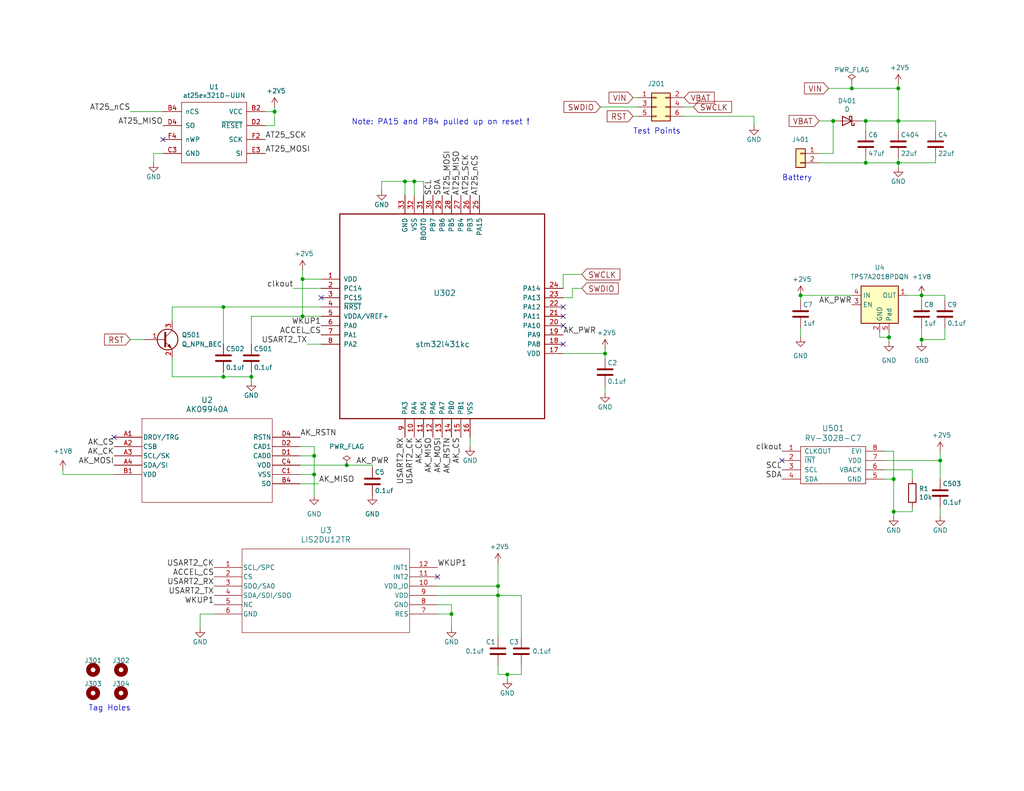
<source format=kicad_sch>
(kicad_sch (version 20231120) (generator "eeschema") (generator_version "8.0")
  (paper "USLetter")
  (title_block (title "BitTag with External Memory and LI2DW12") (date "2025-02-19") (company "IUCS") (comment 1 "Geoffrey Brown"))
  (lib_symbols
    (symbol "BitTagNG:RV-3028-C7-AccelTag" (pin_names (offset 1.016))
      (property "Reference" "U" (at 0 7.62 0))
      (property "Value" "RV-3028-C7-AccelTag" (at 1.27 -7.62 0))
      (symbol "RV-3028-C7-AccelTag_0_1"
        (rectangle (start -8.89 5.08) (end 8.89 -5.08))
      )
      (symbol "RV-3028-C7-AccelTag_1_1"
        (pin input line (at -13.97 3.81 0) (length 5.08) (name "CLKOUT") (number "1"))
        (pin input line (at -13.97 1.27 0) (length 5.08) (name "~{INT}") (number "2"))
        (pin input line (at -13.97 -1.27 0) (length 5.08) (name "SCL") (number "3"))
        (pin input line (at -13.97 -3.81 0) (length 5.08) (name "SDA") (number "4"))
        (pin power_out line (at 13.97 -3.81 180) (length 5.08) (name "GND") (number "5"))
        (pin input line (at 13.97 -1.27 180) (length 5.08) (name "VBACK") (number "6"))
        (pin input line (at 13.97 1.27 180) (length 5.08) (name "VDD") (number "7"))
        (pin input line (at 13.97 3.81 180) (length 5.08) (name "EVI") (number "8"))
      )
    )
    (symbol "BitTagNG:at25ex321D-UUN-AccelTag" (pin_names (offset 1.016))
      (property "Reference" "U" (at 0 7.62 0))
      (property "Value" "at25ex321D-UUN-AccelTag" (at -1.27 -12.7 0))
      (symbol "at25ex321D-UUN-AccelTag_0_1"
        (rectangle (start -8.89 -10.16) (end 8.89 6.35))
      )
      (symbol "at25ex321D-UUN-AccelTag_1_1"
        (pin no_connect line (at -12.7 -12.7 0) (length 5.08) hide (name "NC") (number "A1"))
        (pin no_connect line (at 12.7 -12.7 180) (length 5.08) hide (name "NC") (number "A5"))
        (pin power_in line (at 13.97 3.81 180) (length 5.08) (name "VCC") (number "B2"))
        (pin input line (at -13.97 3.81 0) (length 5.08) (name "nCS") (number "B4"))
        (pin input line (at -13.97 -7.62 0) (length 5.08) (name "GND") (number "C3"))
        (pin input line (at 13.97 0 180) (length 5.08) (name "~{RESET}") (number "D2"))
        (pin output line (at -13.97 0 0) (length 5.08) (name "SO") (number "D4"))
        (pin input line (at 13.97 -7.62 180) (length 5.08) (name "SI") (number "E3"))
        (pin input line (at 13.97 -3.81 180) (length 5.08) (name "SCK") (number "F2"))
        (pin input line (at -13.97 -3.81 0) (length 5.08) (name "nWP") (number "F4"))
        (pin no_connect line (at -12.7 -15.24 0) (length 5.08) hide (name "NC") (number "G1"))
        (pin no_connect line (at 12.7 -15.24 180) (length 5.08) hide (name "NC") (number "G5"))
      )
    )
    (symbol "BitTagNG:stm32l432-AccelTag" (pin_names (offset 1.016))
      (property "Reference" "U" (at 36.83 -3.81 0))
      (property "Value" "stm32l432-AccelTag" (at 59.69 -24.13 0))
      (symbol "stm32l432-AccelTag_1_1"
        (rectangle (start 5.08 17.78) (end 60.96 -38.1) (stroke (width 0.3048)))
        (pin power_in line (at 0 0 0) (length 5.08) (name "VDD") (number "1"))
        (pin bidirectional line (at 25.4 -43.18 90) (length 5.08) (name "PA4") (number "10"))
        (pin bidirectional line (at 27.94 -43.18 90) (length 5.08) (name "PA5") (number "11"))
        (pin bidirectional line (at 30.48 -43.18 90) (length 5.08) (name "PA6") (number "12"))
        (pin bidirectional line (at 33.02 -43.18 90) (length 5.08) (name "PA7") (number "13"))
        (pin bidirectional line (at 35.56 -43.18 90) (length 5.08) (name "PB0") (number "14"))
        (pin bidirectional line (at 38.1 -43.18 90) (length 5.08) (name "PB1") (number "15"))
        (pin input line (at 40.64 -43.18 90) (length 5.08) (name "VSS") (number "16"))
        (pin power_in line (at 66.04 -20.32 180) (length 5.08) (name "VDD") (number "17"))
        (pin bidirectional line (at 66.04 -17.78 180) (length 5.08) (name "PA8") (number "18"))
        (pin bidirectional line (at 66.04 -15.24 180) (length 5.08) (name "PA9") (number "19"))
        (pin bidirectional line (at 0 -2.54 0) (length 5.08) (name "PC14") (number "2"))
        (pin bidirectional line (at 66.04 -12.7 180) (length 5.08) (name "PA10") (number "20"))
        (pin bidirectional line (at 66.04 -10.16 180) (length 5.08) (name "PA11") (number "21"))
        (pin bidirectional line (at 66.04 -7.62 180) (length 5.08) (name "PA12") (number "22"))
        (pin bidirectional line (at 66.04 -5.08 180) (length 5.08) (name "PA13") (number "23"))
        (pin bidirectional line (at 66.04 -2.54 180) (length 5.08) (name "PA14") (number "24"))
        (pin bidirectional line (at 43.18 22.86 270) (length 5.08) (name "PA15") (number "25"))
        (pin bidirectional line (at 40.64 22.86 270) (length 5.08) (name "PB3") (number "26"))
        (pin bidirectional line (at 38.1 22.86 270) (length 5.08) (name "PB4") (number "27"))
        (pin bidirectional line (at 35.56 22.86 270) (length 5.08) (name "PB5") (number "28"))
        (pin bidirectional line (at 33.02 22.86 270) (length 5.08) (name "PB6") (number "29"))
        (pin bidirectional line (at 0 -5.08 0) (length 5.08) (name "PC15") (number "3"))
        (pin bidirectional line (at 30.48 22.86 270) (length 5.08) (name "PB7") (number "30"))
        (pin input line (at 27.94 22.86 270) (length 5.08) (name "BOOT0") (number "31"))
        (pin input line (at 25.4 22.86 270) (length 5.08) (name "VSS") (number "32"))
        (pin input line (at 22.86 22.86 270) (length 5.08) (name "GND") (number "33"))
        (pin bidirectional line (at 0 -7.62 0) (length 5.08) (name "~{NRST}") (number "4"))
        (pin power_in line (at 0 -10.16 0) (length 5.08) (name "VDDA/VREF+") (number "5"))
        (pin bidirectional line (at 0 -12.7 0) (length 5.08) (name "PA0") (number "6"))
        (pin bidirectional line (at 0 -15.24 0) (length 5.08) (name "PA1") (number "7"))
        (pin bidirectional line (at 0 -17.78 0) (length 5.08) (name "PA2") (number "8"))
        (pin bidirectional line (at 22.86 -43.18 90) (length 5.08) (name "PA3") (number "9"))
      )
    )
    (symbol "Connector_Generic:Conn_01x02" (pin_names (offset 1.016) hide)
      (property "Reference" "J" (at 0 2.54 0))
      (property "Value" "Conn_01x02" (at 0 -5.08 0))
      (symbol "Conn_01x02_1_1"
        (rectangle (start -1.27 -2.413) (end 0 -2.667) (stroke (width 0.1524)))
        (rectangle (start -1.27 0.127) (end 0 -0.127) (stroke (width 0.1524)))
        (rectangle (start -1.27 1.27) (end 1.27 -3.81) (stroke (width 0.254)) (fill (type background)))
        (pin passive line (at -5.08 0 0) (length 3.81) (name "Pin_1") (number "1"))
        (pin passive line (at -5.08 -2.54 0) (length 3.81) (name "Pin_2") (number "2"))
      )
    )
    (symbol "Connector_Generic:Conn_02x03_Odd_Even" (pin_names (offset 1.016) hide)
      (property "Reference" "J" (at 1.27 5.08 0))
      (property "Value" "Conn_02x03_Odd_Even" (at 1.27 -5.08 0))
      (symbol "Conn_02x03_Odd_Even_1_1"
        (rectangle (start -1.27 -2.413) (end 0 -2.667) (stroke (width 0.1524)))
        (rectangle (start -1.27 0.127) (end 0 -0.127) (stroke (width 0.1524)))
        (rectangle (start -1.27 2.667) (end 0 2.413) (stroke (width 0.1524)))
        (rectangle (start -1.27 3.81) (end 3.81 -3.81) (stroke (width 0.254)) (fill (type background)))
        (rectangle (start 3.81 -2.413) (end 2.54 -2.667) (stroke (width 0.1524)))
        (rectangle (start 3.81 0.127) (end 2.54 -0.127) (stroke (width 0.1524)))
        (rectangle (start 3.81 2.667) (end 2.54 2.413) (stroke (width 0.1524)))
        (pin passive line (at -5.08 2.54 0) (length 3.81) (name "Pin_1") (number "1"))
        (pin passive line (at 7.62 2.54 180) (length 3.81) (name "Pin_2") (number "2"))
        (pin passive line (at -5.08 0 0) (length 3.81) (name "Pin_3") (number "3"))
        (pin passive line (at 7.62 0 180) (length 3.81) (name "Pin_4") (number "4"))
        (pin passive line (at -5.08 -2.54 0) (length 3.81) (name "Pin_5") (number "5"))
        (pin passive line (at 7.62 -2.54 180) (length 3.81) (name "Pin_6") (number "6"))
      )
    )
    (symbol "Device:C" (pin_numbers hide) (pin_names (offset 0.254))
      (property "Reference" "C" (at 0.635 2.54 0))
      (property "Value" "C" (at 0.635 -2.54 0))
      (symbol "C_0_1"
        (polyline (pts (xy -2.032 -0.762) (xy 2.032 -0.762)) (stroke (width 0.508)))
        (polyline (pts (xy -2.032 0.762) (xy 2.032 0.762)) (stroke (width 0.508)))
      )
      (symbol "C_1_1"
        (pin passive line (at 0 3.81 270) (length 2.794) (name "~") (number "1"))
        (pin passive line (at 0 -3.81 90) (length 2.794) (name "~") (number "2"))
      )
    )
    (symbol "Device:D_Schottky" (pin_numbers hide) (pin_names (offset 1.016) hide)
      (property "Reference" "D" (at 0 2.54 0))
      (property "Value" "D_Schottky" (at 0 -2.54 0))
      (symbol "D_Schottky_0_1"
        (polyline (pts (xy 1.27 0) (xy -1.27 0)))
        (polyline (pts (xy 1.27 1.27) (xy 1.27 -1.27) (xy -1.27 0) (xy 1.27 1.27)) (stroke (width 0.254)))
        (polyline (pts (xy -1.905 0.635) (xy -1.905 1.27) (xy -1.27 1.27) (xy -1.27 -1.27) (xy -0.635 -1.27) (xy -0.635 -0.635)) (stroke (width 0.254)))
      )
      (symbol "D_Schottky_1_1"
        (pin passive line (at -3.81 0 0) (length 2.54) (name "K") (number "1"))
        (pin passive line (at 3.81 0 180) (length 2.54) (name "A") (number "2"))
      )
    )
    (symbol "Device:Q_NPN_BEC" (pin_names (offset 0) hide)
      (property "Reference" "Q" (at 5.08 1.27 0))
      (property "Value" "Q_NPN_BEC" (at 5.08 -1.27 0))
      (symbol "Q_NPN_BEC_0_1"
        (polyline (pts (xy 0.635 0.635) (xy 2.54 2.54)))
        (polyline (pts (xy 0.635 -0.635) (xy 2.54 -2.54) (xy 2.54 -2.54)))
        (polyline (pts (xy 0.635 1.905) (xy 0.635 -1.905) (xy 0.635 -1.905)) (stroke (width 0.508)))
        (polyline (pts (xy 1.27 -1.778) (xy 1.778 -1.27) (xy 2.286 -2.286) (xy 1.27 -1.778) (xy 1.27 -1.778)) (fill (type outline)))
        (circle (center 1.27 0) (radius 2.8194) (stroke (width 0.254)))
      )
      (symbol "Q_NPN_BEC_1_1"
        (pin input line (at -5.08 0 0) (length 5.715) (name "B") (number "1"))
        (pin passive line (at 2.54 -5.08 90) (length 2.54) (name "E") (number "2"))
        (pin passive line (at 2.54 5.08 270) (length 2.54) (name "C") (number "3"))
      )
    )
    (symbol "Device:R" (pin_numbers hide) (pin_names (offset 0))
      (property "Reference" "R" (at 2.032 0 90))
      (property "Value" "R" (at 0 0 90))
      (symbol "R_0_1"
        (rectangle (start -1.016 -2.54) (end 1.016 2.54) (stroke (width 0.254)))
      )
      (symbol "R_1_1"
        (pin passive line (at 0 3.81 270) (length 1.27) (name "~") (number "1"))
        (pin passive line (at 0 -3.81 90) (length 1.27) (name "~") (number "2"))
      )
    )
    (symbol "Mechanical:MountingHole" (pin_names (offset 1.016))
      (property "Reference" "H" (at 0 5.08 0))
      (property "Value" "MountingHole" (at 0 3.175 0))
      (symbol "MountingHole_0_1"
        (circle (center 0 0) (radius 1.27) (stroke (width 1.27)))
      )
    )
    (symbol "Regulator_Linear:TPS7A20xxxDQN"
      (property "Reference" "U" (at -3.81 6.35 0))
      (property "Value" "TPS7A20xxxDQN" (at 6.35 6.35 0))
      (symbol "TPS7A20xxxDQN_0_1"
        (rectangle (start -5.08 5.08) (end 5.08 -5.08) (stroke (width 0.254)) (fill (type background)))
        (pin power_out line (at 7.62 2.54 180) (length 2.54) (name "OUT") (number "1"))
        (pin power_in line (at 0 -7.62 90) (length 2.54) (name "GND") (number "2"))
        (pin input line (at -7.62 0 0) (length 2.54) (name "EN") (number "3"))
        (pin power_in line (at -7.62 2.54 0) (length 2.54) (name "IN") (number "4"))
      )
      (symbol "TPS7A20xxxDQN_1_1"
        (pin passive line (at 2.54 -7.62 90) (length 2.54) (name "Pad") (number "5"))
      )
    )
    (symbol "ak09940a:AK09940A" (pin_names (offset 0.254))
      (property "Reference" "U4" (at 25.4 10.16 0))
      (property "Value" "AK09940A" (at 25.4 7.62 0))
      (symbol "AK09940A_0_1"
        (polyline (pts (xy 7.62 -17.78) (xy 43.18 -17.78)) (stroke (width 0.127)))
        (polyline (pts (xy 7.62 5.08) (xy 7.62 -17.78)) (stroke (width 0.127)))
        (polyline (pts (xy 43.18 -17.78) (xy 43.18 5.08)) (stroke (width 0.127)))
        (polyline (pts (xy 43.18 5.08) (xy 7.62 5.08)) (stroke (width 0.127)))
        (pin bidirectional line (at 0 0 0) (length 7.62) (name "DRDY/TRG") (number "A1"))
        (pin input line (at 0 -2.54 0) (length 7.62) (name "CSB") (number "A2"))
        (pin input line (at 0 -5.08 0) (length 7.62) (name "SCL/SK") (number "A3"))
        (pin bidirectional line (at 0 -7.62 0) (length 7.62) (name "SDA/SI") (number "A4"))
        (pin output line (at 50.8 -12.7 180) (length 7.62) (name "SO") (number "B4"))
        (pin power_in line (at 50.8 -7.62 180) (length 7.62) (name "VOD") (number "C4"))
        (pin input line (at 50.8 -5.08 180) (length 7.62) (name "CAD0") (number "D1"))
        (pin input line (at 50.8 -2.54 180) (length 7.62) (name "CAD1") (number "D2"))
        (pin input line (at 50.8 0 180) (length 7.62) (name "RSTN") (number "D4"))
      )
      (symbol "AK09940A_1_1"
        (pin input line (at 0 -10.16 0) (length 7.62) (name "VDD") (number "B1"))
        (pin power_in line (at 50.8 -10.16 180) (length 7.62) (name "VSS") (number "C1"))
      )
    )
    (symbol "lis2du12:LIS2DU12TR" (pin_names (offset 0.254))
      (property "Reference" "U" (at 30.48 10.16 0))
      (property "Value" "LIS2DU12TR" (at 30.48 7.62 0))
      (symbol "LIS2DU12TR_0_1"
        (polyline (pts (xy 7.62 -17.78) (xy 53.34 -17.78)) (stroke (width 0.127)))
        (polyline (pts (xy 7.62 5.08) (xy 7.62 -17.78)) (stroke (width 0.127)))
        (polyline (pts (xy 53.34 -17.78) (xy 53.34 5.08)) (stroke (width 0.127)))
        (polyline (pts (xy 53.34 5.08) (xy 7.62 5.08)) (stroke (width 0.127)))
        (pin input line (at 60.96 -2.54 180) (length 7.62) (name "INT2") (number "11"))
        (pin input line (at 60.96 0 180) (length 7.62) (name "INT1") (number "12"))
        (pin output line (at 0 -5.08 0) (length 7.62) (name "SDO/SA0") (number "3"))
        (pin bidirectional line (at 0 -7.62 0) (length 7.62) (name "SDA/SDI/SDO") (number "4"))
        (pin power_in line (at 60.96 -7.62 180) (length 7.62) (name "VDD") (number "9"))
      )
      (symbol "LIS2DU12TR_1_1"
        (pin input line (at 0 0 0) (length 7.62) (name "SCL/SPC") (number "1"))
        (pin power_in line (at 60.96 -5.08 180) (length 7.62) (name "VDD_IO") (number "10"))
        (pin input line (at 0 -2.54 0) (length 7.62) (name "CS") (number "2"))
        (pin passive line (at 0 -10.16 0) (length 7.62) (name "NC") (number "5"))
        (pin power_in line (at 0 -12.7 0) (length 7.62) (name "GND") (number "6"))
        (pin passive line (at 60.96 -12.7 180) (length 7.62) (name "RES") (number "7"))
        (pin power_in line (at 60.96 -10.16 180) (length 7.62) (name "GND") (number "8"))
      )
    )
    (symbol "power:+1V8" (power) (pin_numbers hide) (pin_names (offset 0) hide)
      (property "Value" "+1V8" (at 0 3.556 0))
      (symbol "+1V8_0_1"
        (polyline (pts (xy -0.762 1.27) (xy 0 2.54)))
        (polyline (pts (xy 0 0) (xy 0 2.54)))
        (polyline (pts (xy 0 2.54) (xy 0.762 1.27)))
      )
      (symbol "+1V8_1_1"
        (pin power_in line (at 0 0 90) (length 0) (name "~") (number "1"))
      )
    )
    (symbol "power:+2V5" (power) (pin_numbers hide) (pin_names (offset 0) hide)
      (property "Value" "+2V5" (at 0 3.556 0))
      (symbol "+2V5_0_1"
        (polyline (pts (xy -0.762 1.27) (xy 0 2.54)))
        (polyline (pts (xy 0 0) (xy 0 2.54)))
        (polyline (pts (xy 0 2.54) (xy 0.762 1.27)))
      )
      (symbol "+2V5_1_1"
        (pin power_in line (at 0 0 90) (length 0) (name "~") (number "1"))
      )
    )
    (symbol "power:GND" (power) (pin_numbers hide) (pin_names (offset 0) hide)
      (property "Value" "GND" (at 0 -3.81 0))
      (symbol "GND_0_1"
        (polyline (pts (xy 0 0) (xy 0 -1.27) (xy 1.27 -1.27) (xy 0 -2.54) (xy -1.27 -1.27) (xy 0 -1.27)))
      )
      (symbol "GND_1_1"
        (pin power_in line (at 0 0 270) (length 0) (name "~") (number "1"))
      )
    )
    (symbol "power:PWR_FLAG" (power) (pin_numbers hide) (pin_names (offset 0) hide)
      (property "Value" "PWR_FLAG" (at 0 3.81 0))
      (symbol "PWR_FLAG_0_0"
        (pin power_out line (at 0 0 90) (length 0) (name "~") (number "1"))
      )
      (symbol "PWR_FLAG_0_1"
        (polyline (pts (xy 0 0) (xy 0 1.27) (xy -1.016 1.905) (xy 0 2.54) (xy 1.016 1.905) (xy 0 1.27)))
      )
    )
  )
  (junction (at 138.43 184.15))
  (junction (at 251.46 80.645))
  (junction (at 60.96 102.87))
  (junction (at 227.33 33.02))
  (junction (at 256.54 125.73))
  (junction (at 251.46 92.71))
  (junction (at 82.55 86.36))
  (junction (at 218.44 80.645))
  (junction (at 165.1 96.52))
  (junction (at 110.49 49.53))
  (junction (at 245.11 24.13))
  (junction (at 68.58 102.87))
  (junction (at 232.41 24.13))
  (junction (at 242.57 92.075))
  (junction (at 60.96 83.82))
  (junction (at 85.725 129.54))
  (junction (at 245.11 33.02))
  (junction (at 123.19 167.64))
  (junction (at 94.615 127))
  (junction (at 243.84 139.7))
  (junction (at 85.725 124.46))
  (junction (at 113.03 49.53))
  (junction (at 135.89 162.56))
  (junction (at 243.84 130.81))
  (junction (at 82.55 76.2))
  (junction (at 135.89 160.02))
  (junction (at 245.11 44.45))
  (junction (at 236.22 44.45))
  (junction (at 236.22 33.02))
  (junction (at 74.93 30.48))
  (no_connect (at 44.45 38.1))
  (no_connect (at 153.67 83.82))
  (no_connect (at 153.67 86.36))
  (no_connect (at 31.115 119.38))
  (no_connect (at 119.38 157.48))
  (no_connect (at 153.67 93.98))
  (no_connect (at 87.63 81.28))
  (no_connect (at 153.67 88.9))
  (no_connect (at 213.36 125.73))
  (wire (pts (xy 255.27 44.45) (xy 255.27 43.18)))
  (wire (pts (xy 135.89 153.67) (xy 135.89 160.02)))
  (wire (pts (xy 138.43 185.42) (xy 138.43 184.15)))
  (wire (pts (xy 241.3 123.19) (xy 243.84 123.19)))
  (wire (pts (xy 68.58 93.98) (xy 68.58 86.36)))
  (wire (pts (xy 205.74 31.75) (xy 205.74 34.29)))
  (wire (pts (xy 223.52 33.02) (xy 227.33 33.02)))
  (wire (pts (xy 58.42 167.64) (xy 54.61 167.64)))
  (wire (pts (xy 119.38 160.02) (xy 135.89 160.02)))
  (wire (pts (xy 236.22 33.02) (xy 245.11 33.02)))
  (wire (pts (xy 81.915 132.08) (xy 86.995 132.08)))
  (wire (pts (xy 104.14 49.53) (xy 110.49 49.53)))
  (wire (pts (xy 85.725 129.54) (xy 85.725 135.255)))
  (wire (pts (xy 172.72 26.67) (xy 173.99 26.67)))
  (wire (pts (xy 128.27 119.38) (xy 128.27 121.92)))
  (wire (pts (xy 123.19 165.1) (xy 123.19 167.64)))
  (wire (pts (xy 119.38 165.1) (xy 123.19 165.1)))
  (wire (pts (xy 218.44 80.645) (xy 232.41 80.645)))
  (wire (pts (xy 104.14 52.07) (xy 104.14 49.53)))
  (wire (pts (xy 135.89 184.15) (xy 138.43 184.15)))
  (wire (pts (xy 232.41 24.13) (xy 245.11 24.13)))
  (wire (pts (xy 257.81 92.71) (xy 251.46 92.71)))
  (wire (pts (xy 46.99 83.82) (xy 60.96 83.82)))
  (wire (pts (xy 251.46 80.645) (xy 251.46 81.915)))
  (wire (pts (xy 82.55 86.36) (xy 87.63 86.36)))
  (wire (pts (xy 17.145 128.27) (xy 17.145 129.54)))
  (wire (pts (xy 135.89 162.56) (xy 135.89 173.99)))
  (wire (pts (xy 138.43 184.15) (xy 142.24 184.15)))
  (wire (pts (xy 153.67 78.74) (xy 153.67 74.93)))
  (wire (pts (xy 251.46 80.645) (xy 257.81 80.645)))
  (wire (pts (xy 82.55 86.36) (xy 68.58 86.36)))
  (wire (pts (xy 234.95 33.02) (xy 236.22 33.02)))
  (wire (pts (xy 60.96 101.6) (xy 60.96 102.87)))
  (wire (pts (xy 245.11 33.02) (xy 245.11 35.56)))
  (wire (pts (xy 245.11 22.86) (xy 245.11 24.13)))
  (wire (pts (xy 81.915 127) (xy 94.615 127)))
  (wire (pts (xy 227.33 33.02) (xy 227.33 41.91)))
  (wire (pts (xy 165.1 96.52) (xy 165.1 97.79)))
  (wire (pts (xy 68.58 101.6) (xy 68.58 102.87)))
  (wire (pts (xy 68.58 102.87) (xy 68.58 104.14)))
  (wire (pts (xy 72.39 30.48) (xy 74.93 30.48)))
  (wire (pts (xy 245.11 44.45) (xy 255.27 44.45)))
  (wire (pts (xy 119.38 162.56) (xy 135.89 162.56)))
  (wire (pts (xy 113.03 49.53) (xy 113.03 53.34)))
  (wire (pts (xy 46.99 102.87) (xy 60.96 102.87)))
  (wire (pts (xy 135.89 181.61) (xy 135.89 184.15)))
  (wire (pts (xy 82.55 73.66) (xy 82.55 76.2)))
  (wire (pts (xy 245.11 33.02) (xy 255.27 33.02)))
  (wire (pts (xy 251.46 92.71) (xy 251.46 93.345)))
  (wire (pts (xy 153.67 74.93) (xy 158.75 74.93)))
  (wire (pts (xy 82.55 76.2) (xy 87.63 76.2)))
  (wire (pts (xy 60.96 83.82) (xy 60.96 93.98)))
  (wire (pts (xy 255.27 33.02) (xy 255.27 35.56)))
  (wire (pts (xy 243.84 130.81) (xy 243.84 139.7)))
  (wire (pts (xy 94.615 127) (xy 101.6 127)))
  (wire (pts (xy 119.38 167.64) (xy 123.19 167.64)))
  (wire (pts (xy 247.65 80.645) (xy 251.46 80.645)))
  (wire (pts (xy 142.24 173.99) (xy 142.24 162.56)))
  (wire (pts (xy 218.44 89.535) (xy 218.44 92.075)))
  (wire (pts (xy 165.1 95.25) (xy 165.1 96.52)))
  (wire (pts (xy 241.3 128.27) (xy 248.92 128.27)))
  (wire (pts (xy 242.57 90.805) (xy 242.57 92.075)))
  (wire (pts (xy 101.6 127) (xy 101.6 127.635)))
  (wire (pts (xy 113.03 49.53) (xy 115.57 49.53)))
  (wire (pts (xy 81.915 121.92) (xy 85.725 121.92)))
  (wire (pts (xy 142.24 184.15) (xy 142.24 181.61)))
  (wire (pts (xy 256.54 138.43) (xy 256.54 140.97)))
  (wire (pts (xy 123.19 167.64) (xy 123.19 171.45)))
  (wire (pts (xy 245.11 44.45) (xy 245.11 45.72)))
  (wire (pts (xy 186.69 31.75) (xy 205.74 31.75)))
  (wire (pts (xy 81.915 129.54) (xy 85.725 129.54)))
  (wire (pts (xy 80.01 78.74) (xy 87.63 78.74)))
  (wire (pts (xy 46.99 87.63) (xy 46.99 83.82)))
  (wire (pts (xy 17.145 129.54) (xy 31.115 129.54)))
  (wire (pts (xy 236.22 35.56) (xy 236.22 33.02)))
  (wire (pts (xy 256.54 125.73) (xy 256.54 130.81)))
  (wire (pts (xy 257.81 80.645) (xy 257.81 81.915)))
  (wire (pts (xy 226.06 24.13) (xy 232.41 24.13)))
  (wire (pts (xy 74.93 34.29) (xy 74.93 30.48)))
  (wire (pts (xy 243.84 139.7) (xy 243.84 140.97)))
  (wire (pts (xy 227.33 41.91) (xy 223.52 41.91)))
  (wire (pts (xy 135.89 160.02) (xy 135.89 162.56)))
  (wire (pts (xy 156.21 78.74) (xy 158.75 78.74)))
  (wire (pts (xy 257.81 89.535) (xy 257.81 92.71)))
  (wire (pts (xy 156.21 81.28) (xy 156.21 78.74)))
  (wire (pts (xy 172.72 31.75) (xy 173.99 31.75)))
  (wire (pts (xy 232.41 22.86) (xy 232.41 24.13)))
  (wire (pts (xy 163.83 29.21) (xy 173.99 29.21)))
  (wire (pts (xy 236.22 44.45) (xy 245.11 44.45)))
  (wire (pts (xy 72.39 34.29) (xy 74.93 34.29)))
  (wire (pts (xy 236.22 43.18) (xy 236.22 44.45)))
  (wire (pts (xy 242.57 92.075) (xy 242.57 93.345)))
  (wire (pts (xy 35.56 92.71) (xy 39.37 92.71)))
  (wire (pts (xy 60.96 102.87) (xy 68.58 102.87)))
  (wire (pts (xy 115.57 49.53) (xy 115.57 53.34)))
  (wire (pts (xy 110.49 49.53) (xy 110.49 53.34)))
  (wire (pts (xy 82.55 76.2) (xy 82.55 86.36)))
  (wire (pts (xy 243.84 123.19) (xy 243.84 130.81)))
  (wire (pts (xy 241.3 130.81) (xy 243.84 130.81)))
  (wire (pts (xy 41.91 41.91) (xy 41.91 44.45)))
  (wire (pts (xy 240.03 90.805) (xy 240.03 92.075)))
  (wire (pts (xy 46.99 97.79) (xy 46.99 102.87)))
  (wire (pts (xy 110.49 49.53) (xy 113.03 49.53)))
  (wire (pts (xy 74.93 30.48) (xy 74.93 29.21)))
  (wire (pts (xy 218.44 80.645) (xy 218.44 81.915)))
  (wire (pts (xy 81.915 124.46) (xy 85.725 124.46)))
  (wire (pts (xy 241.3 125.73) (xy 256.54 125.73)))
  (wire (pts (xy 44.45 41.91) (xy 41.91 41.91)))
  (wire (pts (xy 83.82 93.98) (xy 87.63 93.98)))
  (wire (pts (xy 245.11 24.13) (xy 245.11 33.02)))
  (wire (pts (xy 153.67 81.28) (xy 156.21 81.28)))
  (wire (pts (xy 186.69 29.21) (xy 189.23 29.21)))
  (wire (pts (xy 153.67 96.52) (xy 165.1 96.52)))
  (wire (pts (xy 223.52 44.45) (xy 236.22 44.45)))
  (wire (pts (xy 85.725 121.92) (xy 85.725 124.46)))
  (wire (pts (xy 248.92 128.27) (xy 248.92 130.81)))
  (wire (pts (xy 35.56 30.48) (xy 44.45 30.48)))
  (wire (pts (xy 251.46 89.535) (xy 251.46 92.71)))
  (wire (pts (xy 54.61 167.64) (xy 54.61 171.45)))
  (wire (pts (xy 142.24 162.56) (xy 135.89 162.56)))
  (wire (pts (xy 248.92 138.43) (xy 248.92 139.7)))
  (wire (pts (xy 245.11 43.18) (xy 245.11 44.45)))
  (wire (pts (xy 87.63 83.82) (xy 60.96 83.82)))
  (wire (pts (xy 248.92 139.7) (xy 243.84 139.7)))
  (wire (pts (xy 85.725 124.46) (xy 85.725 129.54)))
  (wire (pts (xy 240.03 92.075) (xy 242.57 92.075)))
  (wire (pts (xy 256.54 123.19) (xy 256.54 125.73)))
  (wire (pts (xy 165.1 105.41) (xy 165.1 107.315)))
  (text "Note: PA15 and PB4 pulled up on reset !" (at 95.885 34.29 0) (effects (font (size 1.524 1.524)) (justify left bottom)))
  (text "Tag Holes" (at 24.13 194.31 0) (effects (font (size 1.524 1.524)) (justify left bottom)))
  (text "Test Points" (at 172.72 36.83 0) (effects (font (size 1.524 1.524)) (justify left bottom)))
  (text "Battery" (at 213.36 49.53 0) (effects (font (size 1.524 1.524)) (justify left bottom)))
  (label "USART2_CK" (at 113.03 119.38 270) (effects (font (size 1.524 1.524))))
  (label "SDA" (at 120.65 53.34 90) (effects (font (size 1.524 1.524))))
  (label "SDA" (at 213.36 130.81 180) (effects (font (size 1.524 1.524))))
  (label "AT25_SCK" (at 72.39 38.1 0) (effects (font (size 1.524 1.524))))
  (label "AK_RSTN" (at 123.19 119.38 270) (effects (font (size 1.524 1.524))))
  (label "AK_PWR" (at 232.41 83.185 180) (effects (font (size 1.524 1.524))))
  (label "clkout" (at 213.36 123.19 180) (effects (font (size 1.524 1.524))))
  (label "WKUP1" (at 87.63 88.9 180) (effects (font (size 1.524 1.524))))
  (label "AK_PWR" (at 153.67 91.44 0) (effects (font (size 1.524 1.524))))
  (label "AK_MISO" (at 118.11 119.38 270) (effects (font (size 1.524 1.524))))
  (label "USART2_RX" (at 58.42 160.02 180) (effects (font (size 1.524 1.524))))
  (label "AK_CS" (at 31.115 121.92 180) (effects (font (size 1.524 1.524))))
  (label "clkout" (at 80.01 78.74 180) (effects (font (size 1.524 1.524))))
  (label "ACCEL_CS" (at 87.63 91.44 180) (effects (font (size 1.524 1.524))))
  (label "WKUP1" (at 119.38 154.94 0) (effects (font (size 1.524 1.524))))
  (label "WKUP1" (at 58.42 165.1 180) (effects (font (size 1.524 1.524))))
  (label "AT25_MOSI" (at 123.19 53.34 90) (effects (font (size 1.524 1.524))))
  (label "AT25_nCS" (at 35.56 30.48 180) (effects (font (size 1.524 1.524))))
  (label "AT25_MOSI" (at 72.39 41.91 0) (effects (font (size 1.524 1.524))))
  (label "AT25_nCS" (at 130.81 53.34 90) (effects (font (size 1.524 1.524))))
  (label "USART2_CK" (at 58.42 154.94 180) (effects (font (size 1.524 1.524))))
  (label "USART2_TX" (at 83.82 93.98 180) (effects (font (size 1.524 1.524))))
  (label "AK_CK" (at 115.57 119.38 270) (effects (font (size 1.524 1.524))))
  (label "AK_CS" (at 125.73 119.38 270) (effects (font (size 1.524 1.524))))
  (label "AT25_MISO" (at 125.73 53.34 90) (effects (font (size 1.524 1.524))))
  (label "AK_CK" (at 31.115 124.46 180) (effects (font (size 1.524 1.524))))
  (label "ACCEL_CS" (at 58.42 157.48 180) (effects (font (size 1.524 1.524))))
  (label "SCL" (at 118.11 53.34 90) (effects (font (size 1.524 1.524))))
  (label "AK_PWR" (at 97.155 127 0) (effects (font (size 1.524 1.524))))
  (label "AT25_SCK" (at 128.27 53.34 90) (effects (font (size 1.524 1.524))))
  (label "AT25_MISO" (at 44.45 34.29 180) (effects (font (size 1.524 1.524))))
  (label "AK_RSTN" (at 81.915 119.38 0) (effects (font (size 1.524 1.524))))
  (label "AK_MOSI" (at 31.115 127 180) (effects (font (size 1.524 1.524))))
  (label "SCL" (at 213.36 128.27 180) (effects (font (size 1.524 1.524))))
  (label "USART2_RX" (at 110.49 119.38 270) (effects (font (size 1.524 1.524))))
  (label "AK_MOSI" (at 120.65 119.38 270) (effects (font (size 1.524 1.524))))
  (label "AK_MISO" (at 86.995 132.08 0) (effects (font (size 1.524 1.524))))
  (label "USART2_TX" (at 58.42 162.56 180) (effects (font (size 1.524 1.524))))
  (global_label "SWCLK" (shape input) (at 189.23 29.21 0) (effects (font (size 1.524 1.524))) (property "Intersheetrefs" "${INTERSHEET_REFS}" (effects (hide yes))))
  (global_label "VBAT" (shape input) (at 223.52 33.02 180) (effects (font (size 1.524 1.524))) (property "Intersheetrefs" "${INTERSHEET_REFS}" (effects (hide yes))))
  (global_label "SWDIO" (shape input) (at 158.75 78.74 0) (effects (font (size 1.524 1.524))) (property "Intersheetrefs" "${INTERSHEET_REFS}" (effects (hide yes))))
  (global_label "VBAT" (shape input) (at 186.69 26.67 0) (effects (font (size 1.524 1.524))) (property "Intersheetrefs" "${INTERSHEET_REFS}" (effects (hide yes))))
  (global_label "VIN" (shape input) (at 226.06 24.13 180) (effects (font (size 1.524 1.524))) (property "Intersheetrefs" "${INTERSHEET_REFS}" (effects (hide yes))))
  (global_label "VIN" (shape input) (at 172.72 26.67 180) (effects (font (size 1.524 1.524))) (property "Intersheetrefs" "${INTERSHEET_REFS}" (effects (hide yes))))
  (global_label "SWCLK" (shape input) (at 158.75 74.93 0) (effects (font (size 1.524 1.524))) (property "Intersheetrefs" "${INTERSHEET_REFS}" (effects (hide yes))))
  (global_label "SWDIO" (shape input) (at 163.83 29.21 180) (effects (font (size 1.524 1.524))) (property "Intersheetrefs" "${INTERSHEET_REFS}" (effects (hide yes))))
  (global_label "RST" (shape input) (at 35.56 92.71 180) (effects (font (size 1.524 1.524))) (property "Intersheetrefs" "${INTERSHEET_REFS}" (effects (hide yes))))
  (global_label "RST" (shape input) (at 172.72 31.75 180) (effects (font (size 1.524 1.524))) (property "Intersheetrefs" "${INTERSHEET_REFS}" (effects (hide yes))))
  (symbol (lib_id "BitTagNG:stm32l432-AccelTag") (at 87.63 76.2 0) (unit 1)
    (property "Reference" "U302" (at 124.46 80.01 0) (effects (font (size 1.524 1.524)) (justify right)))
    (property "Value" "stm32l431kc" (at 128.27 93.98 0) (effects (font (size 1.524 1.524)) (justify right)))
    (property "Footprint" "Package_DFN_QFN:QFN-32-1EP_5x5mm_P0.5mm_EP3.45x3.45mm" (effects (hide yes)))
    (property "MFN" "STMicroelectronics" (effects (hide yes)))
    (property "DISTPN" "497-16578-ND" (effects (hide yes)))
    (property "MPN" "STM32L432KCU6" (effects (hide yes)))
    (property "LCSC" "C1337280" (effects (hide yes)))
  )
  (symbol (lib_id "Device:C") (at 60.96 97.79 0) (unit 1)
    (property "Reference" "C502" (at 61.595 95.25 0) (effects (justify left)))
    (property "Value" "0.1uf" (at 61.595 100.33 0) (effects (justify left)))
    (property "Footprint" "Capacitor_SMD:C_0201_0603Metric" (effects (hide yes)))
    (property "MFN" "Murata" (effects (hide yes)))
    (property "MPN" "C181047" (effects (hide yes)))
    (property "DISTPN" "490-10403-1-ND" (effects (hide yes)))
    (property "LCSC" "C181047" (effects (hide yes)))
  )
  (symbol (lib_id "Device:C") (at 68.58 97.79 0) (unit 1)
    (property "Reference" "C501" (at 69.215 95.25 0) (effects (justify left)))
    (property "Value" "0.1uf" (at 69.215 100.33 0) (effects (justify left)))
    (property "Footprint" "Capacitor_SMD:C_0201_0603Metric" (effects (hide yes)))
    (property "MFN" "Murata" (effects (hide yes)))
    (property "MPN" "C181047" (effects (hide yes)))
    (property "DISTPN" "490-10403-1-ND" (effects (hide yes)))
    (property "LCSC" "C181047" (effects (hide yes)))
  )
  (symbol (lib_id "Device:Q_NPN_BEC") (at 44.45 92.71 0) (unit 1)
    (property "Reference" "Q501" (at 49.53 91.44 0) (effects (justify left)))
    (property "Value" "Q_NPN_BEC" (at 49.53 93.98 0) (effects (justify left)))
    (property "Footprint" "Package_TO_SOT_SMD:SOT-883" (effects (hide yes)))
    (property "MFN" "Nexperia" (effects (hide yes)))
    (property "MPN" "BC847AMB,315" (effects (hide yes)))
    (property "DISTPN" "1727-2632-1-ND" (effects (hide yes)))
    (property "LCSC" "C686658" (effects (hide yes)))
  )
  (symbol (lib_id "Device:C") (at 256.54 134.62 0) (unit 1)
    (property "Reference" "C503" (at 257.175 132.08 0) (effects (justify left)))
    (property "Value" "0.1uf" (at 257.175 137.16 0) (effects (justify left)))
    (property "Footprint" "Capacitor_SMD:C_0201_0603Metric" (effects (hide yes)))
    (property "MFN" "Murata" (effects (hide yes)))
    (property "MPN" "C181047" (effects (hide yes)))
    (property "DISTPN" "490-10403-1-ND" (effects (hide yes)))
    (property "LCSC" "C181047" (effects (hide yes)))
  )
  (symbol (lib_id "Mechanical:MountingHole") (at 25.4 182.88 0) (unit 1) (in_bom no)
    (property "Reference" "J301" (at 25.4 180.34 0))
    (property "Value" "Conn_01x01" (effects (hide yes)))
    (property "Footprint" "AccelTag:taghole1.1mm" (effects (hide yes)))
    (property "Populate" "No" (effects (hide yes)))
    (property "Config" "DNF" (effects (hide yes)))
    (property "DNP" "1" (effects (hide yes)))
  )
  (symbol (lib_id "Connector_Generic:Conn_02x03_Odd_Even") (at 179.07 29.21 0) (unit 1) (in_bom no)
    (property "Reference" "J201" (at 179.07 22.86 0))
    (property "Value" "CONN_02X04" (effects (hide yes)))
    (property "Footprint" "AccelTag:tagpoints6" (effects (hide yes)))
    (property "Populate" "No" (effects (hide yes)))
    (property "Config" "DNF" (effects (hide yes)))
    (property "DNP" "1" (effects (hide yes)))
  )
  (symbol (lib_id "power:GND") (at 41.91 44.45 0) (unit 1)
    (property "Reference" "#PWR0102" (effects (hide yes)))
    (property "Value" "GND" (at 41.91 48.26 0))
    (property "Description" "Power symbol creates a global label with name \"GND\" , ground" (effects (hide yes)))
  )
  (symbol (lib_id "power:GND") (at 68.58 104.14 0) (unit 1)
    (property "Reference" "#PWR0109" (effects (hide yes)))
    (property "Value" "GND" (at 68.58 107.95 0))
    (property "Description" "Power symbol creates a global label with name \"GND\" , ground" (effects (hide yes)))
  )
  (symbol (lib_id "power:GND") (at 128.27 121.92 0) (unit 1)
    (property "Reference" "#PWR0103" (effects (hide yes)))
    (property "Value" "GND" (at 128.27 125.73 0))
    (property "Description" "Power symbol creates a global label with name \"GND\" , ground" (effects (hide yes)))
  )
  (symbol (lib_id "power:+2V5") (at 82.55 73.66 0) (unit 1)
    (property "Reference" "#PWR0105" (effects (hide yes)))
    (property "Value" "+2V5" (at 82.931 69.2658 0))
    (property "Description" "Power symbol creates a global label with name \"+2V5\"" (effects (hide yes)))
  )
  (symbol (lib_id "power:+2V5") (at 165.1 95.25 0) (unit 1)
    (property "Reference" "#PWR0108" (effects (hide yes)))
    (property "Value" "+2V5" (at 165.481 90.8558 0))
    (property "Description" "Power symbol creates a global label with name \"+2V5\"" (effects (hide yes)))
  )
  (symbol (lib_id "power:GND") (at 104.14 52.07 0) (unit 1)
    (property "Reference" "#PWR0110" (effects (hide yes)))
    (property "Value" "GND" (at 104.14 55.88 0))
    (property "Description" "Power symbol creates a global label with name \"GND\" , ground" (effects (hide yes)))
  )
  (symbol (lib_id "Mechanical:MountingHole") (at 33.02 182.88 0) (unit 1) (in_bom no)
    (property "Reference" "J302" (at 33.02 180.34 0))
    (property "Value" "Conn_01x01" (effects (hide yes)))
    (property "Footprint" "AccelTag:taghole1.1mm" (effects (hide yes)))
    (property "Populate" "No" (effects (hide yes)))
    (property "Config" "DNF" (effects (hide yes)))
    (property "DNP" "1" (effects (hide yes)))
  )
  (symbol (lib_id "Mechanical:MountingHole") (at 25.4 189.23 0) (unit 1) (in_bom no)
    (property "Reference" "J303" (at 25.4 186.69 0))
    (property "Value" "Conn_01x01" (effects (hide yes)))
    (property "Footprint" "AccelTag:taghole1.1mm" (effects (hide yes)))
    (property "Populate" "No" (effects (hide yes)))
    (property "Config" "DNF" (effects (hide yes)))
    (property "DNP" "1" (effects (hide yes)))
  )
  (symbol (lib_id "Mechanical:MountingHole") (at 33.02 189.23 0) (unit 1) (in_bom no)
    (property "Reference" "J304" (at 33.02 186.69 0))
    (property "Value" "Conn_01x01" (effects (hide yes)))
    (property "Footprint" "AccelTag:taghole1.1mm" (effects (hide yes)))
    (property "Populate" "No" (effects (hide yes)))
    (property "Config" "DNF" (effects (hide yes)))
    (property "DNP" "1" (effects (hide yes)))
  )
  (symbol (lib_id "power:GND") (at 205.74 34.29 0) (unit 1)
    (property "Reference" "#PWR0111" (effects (hide yes)))
    (property "Value" "GND" (at 205.74 38.1 0))
    (property "Description" "Power symbol creates a global label with name \"GND\" , ground" (effects (hide yes)))
  )
  (symbol (lib_id "power:GND") (at 256.54 140.97 0) (unit 1)
    (property "Reference" "#PWR0113" (effects (hide yes)))
    (property "Value" "GND" (at 256.54 144.78 0))
    (property "Description" "Power symbol creates a global label with name \"GND\" , ground" (effects (hide yes)))
  )
  (symbol (lib_id "power:+2V5") (at 256.54 123.19 0) (unit 1)
    (property "Reference" "#PWR0114" (effects (hide yes)))
    (property "Value" "+2V5" (at 256.921 118.7958 0))
    (property "Description" "Power symbol creates a global label with name \"+2V5\"" (effects (hide yes)))
  )
  (symbol (lib_id "power:+2V5") (at 245.11 22.86 0) (unit 1)
    (property "Reference" "#PWR0115" (effects (hide yes)))
    (property "Value" "+2V5" (at 245.491 18.4658 0))
    (property "Description" "Power symbol creates a global label with name \"+2V5\"" (effects (hide yes)))
  )
  (symbol (lib_id "power:PWR_FLAG") (at 232.41 22.86 0) (unit 1)
    (property "Reference" "#FLG0102" (effects (hide yes)))
    (property "Value" "PWR_FLAG" (at 232.41 19.05 0))
    (property "Description" "Special symbol for telling ERC where power comes from" (effects (hide yes)))
  )
  (symbol (lib_id "power:GND") (at 245.11 45.72 0) (unit 1)
    (property "Reference" "#PWR0116" (effects (hide yes)))
    (property "Value" "GND" (at 245.11 49.53 0))
    (property "Description" "Power symbol creates a global label with name \"GND\" , ground" (effects (hide yes)))
  )
  (symbol (lib_id "Connector_Generic:Conn_01x02") (at 218.44 41.91 0) (mirror y) (unit 1) (in_bom no)
    (property "Reference" "J401" (at 218.44 38.1 0))
    (property "Value" "CONN_01X02" (effects (hide yes)))
    (property "Footprint" "AccelTag:MS621" (effects (hide yes)))
    (property "Populate" "No" (effects (hide yes)))
    (property "Config" "DNF" (effects (hide yes)))
    (property "DNP" "1" (effects (hide yes)))
  )
  (symbol (lib_id "Device:D_Schottky") (at 231.14 33.02 180) (unit 1)
    (property "Reference" "D401" (at 231.14 27.5336 0))
    (property "Value" "D" (at 231.14 29.845 0))
    (property "Footprint" "Diode_SMD:D_0402_1005Metric" (effects (hide yes)))
    (property "MFN" "COMCHIP" (effects (hide yes)))
    (property "MPN" "CDBQC0130L-HF" (effects (hide yes)))
    (property "DISTPN" "641-1519-1-ND" (effects (hide yes)))
    (property "LCSC" "C2886012" (effects (hide yes)))
  )
  (symbol (lib_id "Device:C") (at 245.11 39.37 0) (unit 1)
    (property "Reference" "C404" (at 245.745 36.83 0) (effects (justify left)))
    (property "Value" "22uf" (at 245.745 41.91 0) (effects (justify left)))
    (property "Footprint" "Capacitor_SMD:C_0402_1005Metric" (effects (hide yes)))
    (property "DISTPN" "478-9839-1-ND" (effects (hide yes)))
    (property "MFN" "AVX" (effects (hide yes)))
    (property "MPN" "04026D226MAT2A" (effects (hide yes)))
    (property "LCSC" "C2179118" (effects (hide yes)))
  )
  (symbol (lib_id "power:+2V5") (at 74.93 29.21 0) (unit 1)
    (property "Reference" "#PWR0107" (effects (hide yes)))
    (property "Value" "+2V5" (at 75.311 24.8158 0))
    (property "Description" "Power symbol creates a global label with name \"+2V5\"" (effects (hide yes)))
  )
  (symbol (lib_id "BitTagNG:RV-3028-C7-AccelTag") (at 227.33 127 0) (unit 1)
    (property "Reference" "U501" (at 227.33 116.9162 0) (effects (font (size 1.524 1.524))))
    (property "Value" "RV-3028-C7" (at 227.33 119.6086 0) (effects (font (size 1.524 1.524))))
    (property "Footprint" "AccelTag:RV-8803-C7" (effects (hide yes)))
    (property "DISTPN" "2195-RV-3028-C732.768KHZ1PPM-TA-QACT-ND" (effects (hide yes)))
    (property "MFN" "Micro Crystal" (effects (hide yes)))
    (property "MPN" "RV-3028-C7 32.768KHZ 1PPM-TA-QA" (effects (hide yes)))
    (property "LCSC" "C3019759" (effects (hide yes)))
  )
  (symbol (lib_id "Device:R") (at 248.92 134.62 0) (unit 1)
    (property "Reference" "R1" (at 250.698 133.4516 0) (effects (justify left)))
    (property "Value" "10k" (at 250.698 135.763 0) (effects (justify left)))
    (property "Footprint" "Resistor_SMD:R_0201_0603Metric" (effects (hide yes)))
    (property "DISTPN" "311-10.0KMCT-ND" (effects (hide yes)))
    (property "MFN" "Yaego" (effects (hide yes)))
    (property "MPN" "RC0201FR-0710KL" (effects (hide yes)))
    (property "Macrofab" "MF-RES-0402-10K" (effects (hide yes)))
    (property "LCSC" "C106225" (effects (hide yes)))
  )
  (symbol (lib_id "BitTagNG:at25ex321D-UUN-AccelTag") (at 58.42 34.29 0) (unit 1)
    (property "Reference" "U1" (at 58.42 23.749 0))
    (property "Value" "at25ex321D-UUN" (at 58.42 26.0604 0))
    (property "Footprint" "AccelTag:adesto_wlcsp12" (effects (hide yes)))
    (property "DISTPN" "724-AT25FF321A-UUN-T" (effects (hide yes)))
    (property "MFN" "adesto" (effects (hide yes)))
    (property "MPN" "AT25FF321A-UUN-T" (effects (hide yes)))
    (property "LCSC" "C1858339" (effects (hide yes)))
  )
  (symbol (lib_id "Device:C") (at 135.89 177.8 0) (mirror y) (unit 1)
    (property "Reference" "C1" (at 135.255 175.26 0) (effects (justify left)))
    (property "Value" "0.1uf" (at 132.08 177.8 0) (effects (justify left)))
    (property "Footprint" "Capacitor_SMD:C_0201_0603Metric" (effects (hide yes)))
    (property "MFN" "Murata" (effects (hide yes)))
    (property "DISTPN" "490-10403-1-ND" (effects (hide yes)))
    (property "MPN" "C181047" (effects (hide yes)))
    (property "LCSC" "C181047" (effects (hide yes)))
  )
  (symbol (lib_id "Device:C") (at 165.1 101.6 0) (unit 1)
    (property "Reference" "C2" (at 165.735 99.06 0) (effects (justify left)))
    (property "Value" "0.1uf" (at 165.735 104.14 0) (effects (justify left)))
    (property "Footprint" "Capacitor_SMD:C_0201_0603Metric" (effects (hide yes)))
    (property "MFN" "murata" (effects (hide yes)))
    (property "MPN" "GRM033R60J105MEA2D" (effects (hide yes)))
    (property "DISTPN" "490-7229-2-ND" (effects (hide yes)))
    (property "LCSC" "C76929" (effects (hide yes)))
  )
  (symbol (lib_id "power:GND") (at 165.1 107.315 0) (unit 1)
    (property "Reference" "#PWR0101" (effects (hide yes)))
    (property "Value" "GND" (at 165.1 111.125 0))
    (property "Description" "Power symbol creates a global label with name \"GND\" , ground" (effects (hide yes)))
  )
  (symbol (lib_id "power:GND") (at 138.43 185.42 0) (unit 1)
    (property "Reference" "#PWR0118" (effects (hide yes)))
    (property "Value" "GND" (at 138.43 189.23 0))
    (property "Description" "Power symbol creates a global label with name \"GND\" , ground" (effects (hide yes)))
  )
  (symbol (lib_id "power:GND") (at 123.19 171.45 0) (unit 1)
    (property "Reference" "#PWR01" (effects (hide yes)))
    (property "Value" "GND" (at 123.19 175.26 0))
    (property "Description" "Power symbol creates a global label with name \"GND\" , ground" (effects (hide yes)))
  )
  (symbol (lib_id "Device:C") (at 257.81 85.725 0) (unit 1)
    (property "Reference" "C9" (at 258.445 83.185 0) (effects (justify left)))
    (property "Value" "0.1uf" (at 258.445 88.265 0) (effects (justify left)))
    (property "Footprint" "Capacitor_SMD:C_0201_0603Metric" (effects (hide yes)))
    (property "Macrofab" "MF-CAP-0402-0.1uF" (effects (hide yes)))
    (property "MFN" "Murata" (effects (hide yes)))
    (property "MPN" "GRM033C81E104KE14D" (effects (hide yes)))
    (property "DISTPN" "490-10403-1-ND" (effects (hide yes)))
  )
  (symbol (lib_id "Device:C") (at 251.46 85.725 0) (unit 1)
    (property "Reference" "C8" (at 252.095 83.185 0) (effects (justify left)))
    (property "Value" "1uf" (at 252.095 88.265 0) (effects (justify left)))
    (property "Footprint" "Capacitor_SMD:C_0201_0603Metric" (effects (hide yes)))
    (property "MFN" "Murata" (effects (hide yes)))
    (property "MPN" "GRM033R60J105MEA2D" (effects (hide yes)))
    (property "DISTPN" "490-7229-1-ND" (effects (hide yes)))
  )
  (symbol (lib_id "Device:C") (at 101.6 131.445 0) (unit 1)
    (property "Reference" "C5" (at 102.235 128.905 0) (effects (justify left)))
    (property "Value" "0.1uf" (at 102.235 133.985 0) (effects (justify left)))
    (property "Footprint" "Capacitor_SMD:C_0201_0603Metric" (effects (hide yes)))
    (property "Macrofab" "MF-CAP-0402-0.1uF" (effects (hide yes)))
    (property "MFN" "Murata" (effects (hide yes)))
    (property "MPN" "GRM033C81E104KE14D" (effects (hide yes)))
    (property "DISTPN" "490-10403-1-ND" (effects (hide yes)))
  )
  (symbol (lib_id "power:GND") (at 101.6 135.255 0) (unit 1)
    (property "Reference" "#PWR3" (effects (hide yes)))
    (property "Value" "GND" (at 101.6 140.335 0))
    (property "Description" "Power symbol creates a global label with name \"GND\" , ground" (effects (hide yes)))
  )
  (symbol (lib_id "power:+1V8") (at 251.46 80.645 0) (unit 1)
    (property "Reference" "#PWR7" (effects (hide yes)))
    (property "Value" "+1V8" (at 251.46 75.565 0))
    (property "Description" "Power symbol creates a global label with name \"+1V8\"" (effects (hide yes)))
  )
  (symbol (lib_id "power:+2V5") (at 218.44 80.645 0) (unit 1)
    (property "Reference" "#PWR4" (effects (hide yes)))
    (property "Value" "+2V5" (at 218.821 76.2508 0))
    (property "Description" "Power symbol creates a global label with name \"+2V5\"" (effects (hide yes)))
  )
  (symbol (lib_id "power:GND") (at 251.46 93.345 0) (unit 1)
    (property "Reference" "#PWR8" (effects (hide yes)))
    (property "Value" "GND" (at 251.46 98.425 0))
    (property "Description" "Power symbol creates a global label with name \"GND\" , ground" (effects (hide yes)))
  )
  (symbol (lib_id "power:+2V5") (at 135.89 153.67 0) (unit 1)
    (property "Reference" "#PWR0119" (effects (hide yes)))
    (property "Value" "+2V5" (at 136.271 149.2758 0))
    (property "Description" "Power symbol creates a global label with name \"+2V5\"" (effects (hide yes)))
  )
  (symbol (lib_id "power:PWR_FLAG") (at 94.615 127 0) (unit 1)
    (property "Reference" "#FLG1" (effects (hide yes)))
    (property "Value" "PWR_FLAG" (at 94.615 121.92 0))
    (property "Description" "Special symbol for telling ERC where power comes from" (effects (hide yes)))
  )
  (symbol (lib_id "Device:C") (at 218.44 85.725 0) (unit 1)
    (property "Reference" "C7" (at 219.075 83.185 0) (effects (justify left)))
    (property "Value" "1uf" (at 219.075 88.265 0) (effects (justify left)))
    (property "Footprint" "Capacitor_SMD:C_0201_0603Metric" (effects (hide yes)))
    (property "MFN" "Murata" (effects (hide yes)))
    (property "MPN" "GRM033R60J105MEA2D" (effects (hide yes)))
    (property "DISTPN" "490-7229-1-ND" (effects (hide yes)))
  )
  (symbol (lib_id "Device:C") (at 236.22 39.37 0) (unit 1)
    (property "Reference" "C6" (at 236.855 36.83 0) (effects (justify left)))
    (property "Value" "47uf" (at 236.855 41.91 0) (effects (justify left)))
    (property "Footprint" "Capacitor_SMD:C_0603_1608Metric" (effects (hide yes)))
    (property "DISTPN" "478-11180-1-ND" (effects (hide yes)))
    (property "MFN" "KYOCERA AVX" (effects (hide yes)))
    (property "MPN" "06036D476MAT2A" (effects (hide yes)))
  )
  (symbol (lib_id "power:GND") (at 85.725 135.255 0) (unit 1)
    (property "Reference" "#PWR9" (effects (hide yes)))
    (property "Value" "GND" (at 85.725 140.335 0))
    (property "Description" "Power symbol creates a global label with name \"GND\" , ground" (effects (hide yes)))
  )
  (symbol (lib_id "lis2du12:LIS2DU12TR") (at 58.42 154.94 0) (unit 1)
    (property "Reference" "U3" (at 88.9 144.78 0) (effects (font (size 1.524 1.524))))
    (property "Value" "LIS2DU12TR" (at 88.9 147.32 0) (effects (font (size 1.524 1.524))))
    (property "Footprint" "LGA-12L_LIS2DU12_STM" (effects (hide yes)))
    (property "Datasheet" "LIS2DU12TR" (effects (hide yes)))
  )
  (symbol (lib_id "power:GND") (at 54.61 171.45 0) (unit 1)
    (property "Reference" "#PWR02" (effects (hide yes)))
    (property "Value" "GND" (at 54.61 175.26 0))
    (property "Description" "Power symbol creates a global label with name \"GND\" , ground" (effects (hide yes)))
  )
  (symbol (lib_id "Regulator_Linear:TPS7A20xxxDQN") (at 240.03 83.185 0) (unit 1)
    (property "Reference" "U4" (at 240.03 73.025 0))
    (property "Value" "TPS7A2018PDQN" (at 240.03 75.565 0))
    (property "Footprint" "Package_SON:Texas_X2SON-4_1x1mm_P0.65mm" (effects (hide yes)))
    (property "Datasheet" "https://www.ti.com/lit/ds/symlink/tps7a20.pdf" (effects (hide yes)))
    (property "Description" "300 mA Low Dropout Voltage Regulator, Fixed Output, 1.6..6.0Vin, Low-Noise (7μV RMS), 6.5μA IQ LDO, X2SON-5" (effects (hide yes)))
    (property "MFN" "Texas Instruments" (effects (hide yes)))
    (property "MPN" "TPS7A2018PDQNR" (effects (hide yes)))
    (property "DISTPN" "296-TPS7A2018PDQNRCT-ND" (effects (hide yes)))
  )
  (symbol (lib_id "power:GND") (at 218.44 92.075 0) (unit 1)
    (property "Reference" "#PWR5" (effects (hide yes)))
    (property "Value" "GND" (at 218.44 97.155 0))
    (property "Description" "Power symbol creates a global label with name \"GND\" , ground" (effects (hide yes)))
  )
  (symbol (lib_id "power:GND") (at 242.57 93.345 0) (unit 1)
    (property "Reference" "#PWR6" (effects (hide yes)))
    (property "Value" "GND" (at 242.57 98.425 0))
    (property "Description" "Power symbol creates a global label with name \"GND\" , ground" (effects (hide yes)))
  )
  (symbol (lib_id "power:GND") (at 243.84 140.97 0) (unit 1)
    (property "Reference" "#PWR0112" (effects (hide yes)))
    (property "Value" "GND" (at 243.84 144.78 0))
    (property "Description" "Power symbol creates a global label with name \"GND\" , ground" (effects (hide yes)))
  )
  (symbol (lib_id "Device:C") (at 142.24 177.8 0) (mirror y) (unit 1)
    (property "Reference" "C3" (at 141.605 175.26 0) (effects (justify left)))
    (property "Value" "0.1uf" (at 150.368 177.8 0) (effects (justify left)))
    (property "Footprint" "Capacitor_SMD:C_0201_0603Metric" (effects (hide yes)))
    (property "MFN" "Murata" (effects (hide yes)))
    (property "DISTPN" "490-10403-1-ND" (effects (hide yes)))
    (property "MPN" "C181047" (effects (hide yes)))
    (property "LCSC" "C181047" (effects (hide yes)))
  )
  (symbol (lib_id "power:+1V8") (at 17.145 128.27 0) (unit 1)
    (property "Reference" "#PWR10" (effects (hide yes)))
    (property "Value" "+1V8" (at 17.145 123.19 0))
    (property "Description" "Power symbol creates a global label with name \"+1V8\"" (effects (hide yes)))
  )
  (symbol (lib_id "Device:C") (at 255.27 39.37 0) (unit 1)
    (property "Reference" "C4" (at 255.905 36.83 0) (effects (justify left)))
    (property "Value" "22uf" (at 255.905 41.91 0) (effects (justify left)))
    (property "Footprint" "Capacitor_SMD:C_0402_1005Metric" (effects (hide yes)))
    (property "DISTPN" "478-9839-1-ND" (effects (hide yes)))
    (property "MFN" "AVX" (effects (hide yes)))
    (property "MPN" "04026D226MAT2A" (effects (hide yes)))
    (property "LCSC" "C2179118" (effects (hide yes)))
  )
  (symbol (lib_id "ak09940a:AK09940A") (at 31.115 119.38 0) (unit 1)
    (property "Reference" "U2" (at 56.515 109.22 0) (effects (font (size 1.524 1.524))))
    (property "Value" "AK09940A" (at 56.515 111.76 0) (effects (font (size 1.524 1.524))))
    (property "Footprint" "AccelTag:AK09940a" (effects (hide yes)))
    (property "Datasheet" "AK09940A" (effects (hide yes)))
    (property "MFN" "Asahi Kasei" (effects (hide yes)))
    (property "MPN" "AK09940A" (effects (hide yes)))
    (property "DISTPN" "974-AK09940ACT-ND" (effects (hide yes)))
  )
)
</source>
